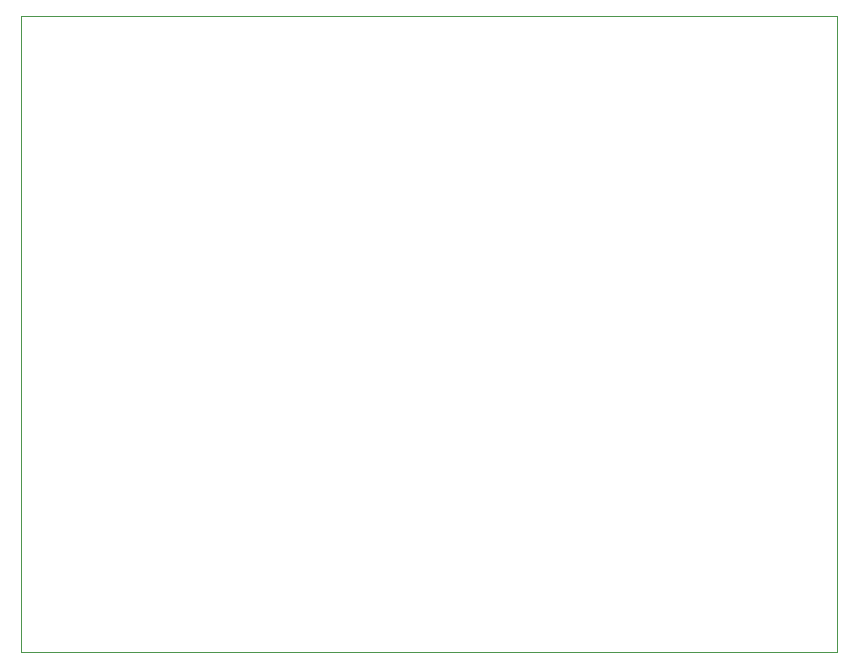
<source format=gbr>
G04 #@! TF.GenerationSoftware,KiCad,Pcbnew,5.1.6+dfsg1-1*
G04 #@! TF.CreationDate,2021-02-24T22:01:50+01:00*
G04 #@! TF.ProjectId,motor-control,6d6f746f-722d-4636-9f6e-74726f6c2e6b,rev?*
G04 #@! TF.SameCoordinates,Original*
G04 #@! TF.FileFunction,Profile,NP*
%FSLAX46Y46*%
G04 Gerber Fmt 4.6, Leading zero omitted, Abs format (unit mm)*
G04 Created by KiCad (PCBNEW 5.1.6+dfsg1-1) date 2021-02-24 22:01:50*
%MOMM*%
%LPD*%
G01*
G04 APERTURE LIST*
G04 #@! TA.AperFunction,Profile*
%ADD10C,0.050000*%
G04 #@! TD*
G04 APERTURE END LIST*
D10*
X165862000Y-47498000D02*
X165862000Y-101346000D01*
X234950000Y-47498000D02*
X165862000Y-47498000D01*
X234950000Y-101346000D02*
X234950000Y-47498000D01*
X165862000Y-101346000D02*
X234950000Y-101346000D01*
M02*

</source>
